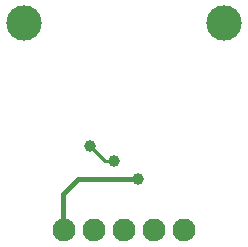
<source format=gbr>
G04 EAGLE Gerber RS-274X export*
G75*
%MOMM*%
%FSLAX34Y34*%
%LPD*%
%INBottom Copper*%
%IPPOS*%
%AMOC8*
5,1,8,0,0,1.08239X$1,22.5*%
G01*
%ADD10C,3.000000*%
%ADD11C,1.930400*%
%ADD12C,0.406400*%
%ADD13C,1.006400*%
%ADD14C,0.254000*%


D10*
X30000Y200000D03*
X200000Y200000D03*
D11*
X64200Y25400D03*
X89600Y25400D03*
X115000Y25400D03*
X140400Y25400D03*
X165800Y25400D03*
D12*
X127000Y68580D02*
X76200Y68580D01*
X63500Y55880D01*
X63500Y26100D01*
X64200Y25400D01*
D13*
X127000Y68580D03*
D14*
X106680Y83820D02*
X99060Y83820D01*
X86360Y96520D01*
D13*
X106680Y83820D03*
X86360Y96520D03*
M02*

</source>
